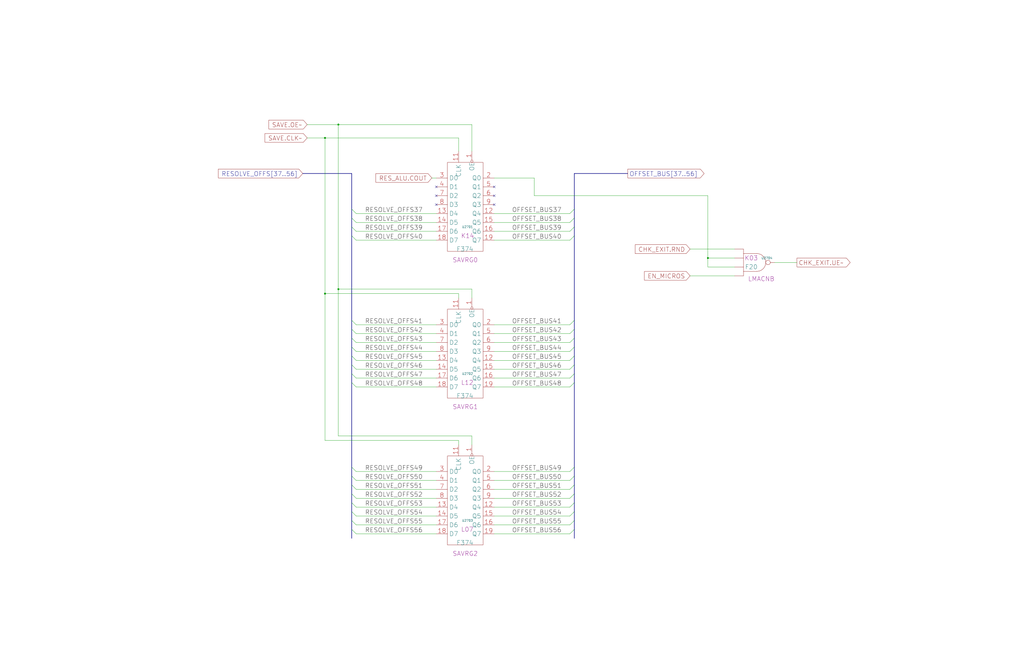
<source format=kicad_sch>
(kicad_sch (version 20220126) (generator eeschema)
  (paper "User" 584.2 378.46)
  (title_block (title "SAVED OFFSET REGISTER") (date "22-MAY-90") (rev "1.0") (comment 1 "SEQUENCER") (comment 2 "232-003064") (comment 3 "S400") (comment 4 "RELEASED"))
  (lib_symbols
    (symbol "r1000:F20" (pin_numbers hide) (pin_names hide)
      (property "Reference" "U" (at 8.255 2.54 0))
      (property "Value" "F20" (at -0.635 -2.54 0))
      (property "Location" "___" (at -0.635 2.54 0))
      (property "Name" "______" (at 5.08 -10.795 0))
      (symbol "F20_0_1"
        (polyline (pts (xy -5.08 -5.08) (xy -5.08 -7.62)) (stroke (width 0.1524)))
        (polyline (pts (xy -5.08 5.08) (xy -5.08 -5.08)) (stroke (width 0.1524)))
        (polyline (pts (xy -5.08 7.62) (xy -5.08 5.08)) (stroke (width 0.1524)))
        (polyline (pts (xy 2.54 -5.08) (xy -5.08 -5.08)) (stroke (width 0.1524)))
        (polyline (pts (xy 2.54 5.08) (xy -5.08 5.08)) (stroke (width 0.1524)))
        (arc (start 2.54 -5.08) (mid 7.5882 0) (end 2.54 5.08) (stroke (width 0.1524)))
        (circle (center 8.89 0) (radius 1.27) (stroke (width 0.1524)))
      )
      (symbol "F20_0_2"
        (circle (center -7.62 -7.62) (radius 1.27) (stroke (width 0.1524)))
        (circle (center -7.62 7.62) (radius 1.27) (stroke (width 0.1524)))
        (circle (center -6.985 -2.54) (radius 1.27) (stroke (width 0.1524)))
        (circle (center -6.985 2.54) (radius 1.27) (stroke (width 0.1524)))
        (arc (start -6.35 -7.62) (mid -5.3975 0) (end -6.35 7.62) (stroke (width 0.1524)))
        (polyline (pts (xy -5.715 -5.08) (xy 1.27 -5.08)) (stroke (width 0.1524)))
        (polyline (pts (xy -5.715 5.08) (xy 1.27 5.08)) (stroke (width 0.1524)))
        (arc (start 1.27 -5.08) (mid 5.0518 -3.2985) (end 7.62 0) (stroke (width 0.1524)))
        (arc (start 7.62 0) (mid 5.0518 3.2985) (end 1.27 5.08) (stroke (width 0.1524)))
      )
      (symbol "F20_1_1"
        (pin input line (at -10.16 7.62 0) (length 5.08) (name "D0") (number "1"))
        (pin input line (at -10.16 2.54 0) (length 5.08) (name "D1") (number "2"))
        (pin input line (at -10.16 -2.54 0) (length 5.08) (name "D2") (number "4"))
        (pin input line (at -10.16 -7.62 0) (length 5.08) (name "D3") (number "5"))
        (pin output line (at 12.7 0 180) (length 2.54) (name "Q") (number "6"))
      )
      (symbol "F20_1_2"
        (pin input line (at -10.16 7.62 0) (length 1.27) (name "D0") (number "1"))
        (pin input line (at -10.16 2.54 0) (length 1.905) (name "D1") (number "2"))
        (pin input line (at -10.16 -2.54 0) (length 1.905) (name "D2") (number "4"))
        (pin input line (at -10.16 -7.62 0) (length 1.27) (name "D3") (number "5"))
        (pin output line (at 12.7 0 180) (length 5.08) (name "Q") (number "6"))
      )
    )
    (symbol "r1000:F374" (pin_names (offset 1.016))
      (property "Reference" "U" (at 2.54 5.08 0))
      (property "Value" "F374" (at -3.81 -7.62 0))
      (property "Location" "___" (at -1.27 0 0))
      (property "Name" "______" (at 1.27 -15.24 0))
      (symbol "F374_1_1"
        (rectangle (start -8.89 41.91) (end 11.43 -8.89))
        (circle (center 5.08 42.545) (radius 0.635))
        (pin input line (at 5.08 48.26 270) (length 5.08) (name "OE") (number "1"))
        (pin input line (at -2.54 48.26 270) (length 6.35) (name "CLK") (number "11"))
        (pin tri_state line (at 17.78 12.7 180) (length 6.35) (name "Q4") (number "12"))
        (pin input line (at -15.24 12.7 0) (length 6.35) (name "D4") (number "13"))
        (pin input line (at -15.24 7.62 0) (length 6.35) (name "D5") (number "14"))
        (pin tri_state line (at 17.78 7.62 180) (length 6.35) (name "Q5") (number "15"))
        (pin tri_state line (at 17.78 2.54 180) (length 6.35) (name "Q6") (number "16"))
        (pin input line (at -15.24 2.54 0) (length 6.35) (name "D6") (number "17"))
        (pin input line (at -15.24 -2.54 0) (length 6.35) (name "D7") (number "18"))
        (pin tri_state line (at 17.78 -2.54 180) (length 6.35) (name "Q7") (number "19"))
        (pin tri_state line (at 17.78 33.02 180) (length 6.35) (name "Q0") (number "2"))
        (pin input line (at -15.24 33.02 0) (length 6.35) (name "D0") (number "3"))
        (pin input line (at -15.24 27.94 0) (length 6.35) (name "D1") (number "4"))
        (pin tri_state line (at 17.78 27.94 180) (length 6.35) (name "Q1") (number "5"))
        (pin tri_state line (at 17.78 22.86 180) (length 6.35) (name "Q2") (number "6"))
        (pin input line (at -15.24 22.86 0) (length 6.35) (name "D2") (number "7"))
        (pin input line (at -15.24 17.78 0) (length 6.35) (name "D3") (number "8"))
        (pin tri_state line (at 17.78 17.78 180) (length 6.35) (name "Q3") (number "9"))
      )
    )
  )
  (bus (pts (xy 172.72 99.06) (xy 200.66 99.06)))
  (bus (pts (xy 200.66 119.38) (xy 200.66 124.46)))
  (bus (pts (xy 200.66 124.46) (xy 200.66 129.54)))
  (bus (pts (xy 200.66 129.54) (xy 200.66 134.62)))
  (bus (pts (xy 200.66 134.62) (xy 200.66 182.88)))
  (bus (pts (xy 200.66 182.88) (xy 200.66 187.96)))
  (bus (pts (xy 200.66 187.96) (xy 200.66 193.04)))
  (bus (pts (xy 200.66 193.04) (xy 200.66 198.12)))
  (bus (pts (xy 200.66 198.12) (xy 200.66 203.2)))
  (bus (pts (xy 200.66 203.2) (xy 200.66 208.28)))
  (bus (pts (xy 200.66 208.28) (xy 200.66 213.36)))
  (bus (pts (xy 200.66 213.36) (xy 200.66 218.44)))
  (bus (pts (xy 200.66 218.44) (xy 200.66 266.7)))
  (bus (pts (xy 200.66 266.7) (xy 200.66 271.78)))
  (bus (pts (xy 200.66 271.78) (xy 200.66 276.86)))
  (bus (pts (xy 200.66 276.86) (xy 200.66 281.94)))
  (bus (pts (xy 200.66 281.94) (xy 200.66 287.02)))
  (bus (pts (xy 200.66 287.02) (xy 200.66 292.1)))
  (bus (pts (xy 200.66 292.1) (xy 200.66 297.18)))
  (bus (pts (xy 200.66 297.18) (xy 200.66 302.26)))
  (bus (pts (xy 200.66 302.26) (xy 200.66 307.34)))
  (bus (pts (xy 200.66 99.06) (xy 200.66 119.38)))
  (bus (pts (xy 327.66 119.38) (xy 327.66 124.46)))
  (bus (pts (xy 327.66 124.46) (xy 327.66 129.54)))
  (bus (pts (xy 327.66 129.54) (xy 327.66 134.62)))
  (bus (pts (xy 327.66 134.62) (xy 327.66 182.88)))
  (bus (pts (xy 327.66 182.88) (xy 327.66 187.96)))
  (bus (pts (xy 327.66 187.96) (xy 327.66 193.04)))
  (bus (pts (xy 327.66 193.04) (xy 327.66 198.12)))
  (bus (pts (xy 327.66 198.12) (xy 327.66 203.2)))
  (bus (pts (xy 327.66 203.2) (xy 327.66 208.28)))
  (bus (pts (xy 327.66 208.28) (xy 327.66 213.36)))
  (bus (pts (xy 327.66 213.36) (xy 327.66 218.44)))
  (bus (pts (xy 327.66 218.44) (xy 327.66 266.7)))
  (bus (pts (xy 327.66 266.7) (xy 327.66 271.78)))
  (bus (pts (xy 327.66 271.78) (xy 327.66 276.86)))
  (bus (pts (xy 327.66 276.86) (xy 327.66 281.94)))
  (bus (pts (xy 327.66 281.94) (xy 327.66 287.02)))
  (bus (pts (xy 327.66 287.02) (xy 327.66 292.1)))
  (bus (pts (xy 327.66 292.1) (xy 327.66 297.18)))
  (bus (pts (xy 327.66 297.18) (xy 327.66 302.26)))
  (bus (pts (xy 327.66 302.26) (xy 327.66 307.34)))
  (bus (pts (xy 327.66 99.06) (xy 327.66 119.38)))
  (bus (pts (xy 327.66 99.06) (xy 358.14 99.06)))
  (wire (pts (xy 175.26 71.12) (xy 193.04 71.12)))
  (wire (pts (xy 175.26 78.74) (xy 185.42 78.74)))
  (wire (pts (xy 185.42 167.64) (xy 185.42 78.74)))
  (wire (pts (xy 185.42 167.64) (xy 261.62 167.64)))
  (wire (pts (xy 185.42 251.46) (xy 185.42 167.64)))
  (wire (pts (xy 185.42 78.74) (xy 261.62 78.74)))
  (wire (pts (xy 193.04 165.1) (xy 193.04 71.12)))
  (wire (pts (xy 193.04 165.1) (xy 269.24 165.1)))
  (wire (pts (xy 193.04 248.92) (xy 193.04 165.1)))
  (wire (pts (xy 193.04 71.12) (xy 269.24 71.12)))
  (wire (pts (xy 203.2 121.92) (xy 248.92 121.92)))
  (wire (pts (xy 203.2 127) (xy 248.92 127)))
  (wire (pts (xy 203.2 132.08) (xy 248.92 132.08)))
  (wire (pts (xy 203.2 137.16) (xy 248.92 137.16)))
  (wire (pts (xy 203.2 185.42) (xy 248.92 185.42)))
  (wire (pts (xy 203.2 190.5) (xy 248.92 190.5)))
  (wire (pts (xy 203.2 195.58) (xy 248.92 195.58)))
  (wire (pts (xy 203.2 200.66) (xy 248.92 200.66)))
  (wire (pts (xy 203.2 205.74) (xy 248.92 205.74)))
  (wire (pts (xy 203.2 210.82) (xy 248.92 210.82)))
  (wire (pts (xy 203.2 215.9) (xy 248.92 215.9)))
  (wire (pts (xy 203.2 220.98) (xy 248.92 220.98)))
  (wire (pts (xy 203.2 269.24) (xy 248.92 269.24)))
  (wire (pts (xy 203.2 274.32) (xy 248.92 274.32)))
  (wire (pts (xy 203.2 279.4) (xy 248.92 279.4)))
  (wire (pts (xy 203.2 284.48) (xy 248.92 284.48)))
  (wire (pts (xy 203.2 289.56) (xy 248.92 289.56)))
  (wire (pts (xy 203.2 294.64) (xy 248.92 294.64)))
  (wire (pts (xy 203.2 299.72) (xy 248.92 299.72)))
  (wire (pts (xy 203.2 304.8) (xy 248.92 304.8)))
  (wire (pts (xy 246.38 101.6) (xy 248.92 101.6)))
  (wire (pts (xy 261.62 167.64) (xy 261.62 170.18)))
  (wire (pts (xy 261.62 251.46) (xy 185.42 251.46)))
  (wire (pts (xy 261.62 254) (xy 261.62 251.46)))
  (wire (pts (xy 261.62 78.74) (xy 261.62 86.36)))
  (wire (pts (xy 269.24 165.1) (xy 269.24 170.18)))
  (wire (pts (xy 269.24 248.92) (xy 193.04 248.92)))
  (wire (pts (xy 269.24 254) (xy 269.24 248.92)))
  (wire (pts (xy 269.24 71.12) (xy 269.24 86.36)))
  (wire (pts (xy 281.94 101.6) (xy 304.8 101.6)))
  (wire (pts (xy 281.94 121.92) (xy 325.12 121.92)))
  (wire (pts (xy 281.94 127) (xy 325.12 127)))
  (wire (pts (xy 281.94 132.08) (xy 325.12 132.08)))
  (wire (pts (xy 281.94 137.16) (xy 325.12 137.16)))
  (wire (pts (xy 281.94 185.42) (xy 325.12 185.42)))
  (wire (pts (xy 281.94 190.5) (xy 325.12 190.5)))
  (wire (pts (xy 281.94 195.58) (xy 325.12 195.58)))
  (wire (pts (xy 281.94 200.66) (xy 325.12 200.66)))
  (wire (pts (xy 281.94 205.74) (xy 325.12 205.74)))
  (wire (pts (xy 281.94 210.82) (xy 325.12 210.82)))
  (wire (pts (xy 281.94 215.9) (xy 325.12 215.9)))
  (wire (pts (xy 281.94 220.98) (xy 325.12 220.98)))
  (wire (pts (xy 281.94 269.24) (xy 325.12 269.24)))
  (wire (pts (xy 281.94 274.32) (xy 325.12 274.32)))
  (wire (pts (xy 281.94 279.4) (xy 325.12 279.4)))
  (wire (pts (xy 281.94 284.48) (xy 325.12 284.48)))
  (wire (pts (xy 281.94 289.56) (xy 325.12 289.56)))
  (wire (pts (xy 281.94 294.64) (xy 325.12 294.64)))
  (wire (pts (xy 281.94 299.72) (xy 325.12 299.72)))
  (wire (pts (xy 281.94 304.8) (xy 325.12 304.8)))
  (wire (pts (xy 304.8 101.6) (xy 304.8 111.76)))
  (wire (pts (xy 304.8 111.76) (xy 403.86 111.76)))
  (wire (pts (xy 393.7 142.24) (xy 419.1 142.24)))
  (wire (pts (xy 393.7 157.48) (xy 419.1 157.48)))
  (wire (pts (xy 403.86 111.76) (xy 403.86 147.32)))
  (wire (pts (xy 403.86 147.32) (xy 403.86 152.4)))
  (wire (pts (xy 403.86 147.32) (xy 419.1 147.32)))
  (wire (pts (xy 403.86 152.4) (xy 419.1 152.4)))
  (wire (pts (xy 441.96 149.86) (xy 454.66 149.86)))
  (global_label "RESOLVE_OFFS[37..56]" (shape input) (at 172.72 99.06 180) (effects (font (size 2.54 2.54))) (property "Intersheet References" "${INTERSHEET_REFS}" (at 124.593 98.9013 0) (effects (font (size 2.54 2.54)) (justify right))))
  (global_label "SAVE.OE~" (shape input) (at 175.26 71.12 180) (effects (font (size 2.54 2.54))) (property "Intersheet References" "${INTERSHEET_REFS}" (at 153.3797 70.9613 0) (effects (font (size 2.54 2.54)) (justify right))))
  (global_label "SAVE.CLK~" (shape input) (at 175.26 78.74 180) (effects (font (size 2.54 2.54))) (property "Intersheet References" "${INTERSHEET_REFS}" (at 151.2026 78.5813 0) (effects (font (size 2.54 2.54)) (justify right))))
  (junction (at 185.42 78.74))
  (junction (at 185.42 167.64))
  (junction (at 193.04 71.12))
  (junction (at 193.04 165.1))
  (bus_entry (at 200.66 119.38) (size 2.54 2.54))
  (bus_entry (at 200.66 124.46) (size 2.54 2.54))
  (bus_entry (at 200.66 129.54) (size 2.54 2.54))
  (bus_entry (at 200.66 134.62) (size 2.54 2.54))
  (bus_entry (at 200.66 182.88) (size 2.54 2.54))
  (bus_entry (at 200.66 187.96) (size 2.54 2.54))
  (bus_entry (at 200.66 193.04) (size 2.54 2.54))
  (bus_entry (at 200.66 198.12) (size 2.54 2.54))
  (bus_entry (at 200.66 203.2) (size 2.54 2.54))
  (bus_entry (at 200.66 208.28) (size 2.54 2.54))
  (bus_entry (at 200.66 213.36) (size 2.54 2.54))
  (bus_entry (at 200.66 218.44) (size 2.54 2.54))
  (bus_entry (at 200.66 266.7) (size 2.54 2.54))
  (bus_entry (at 200.66 271.78) (size 2.54 2.54))
  (bus_entry (at 200.66 276.86) (size 2.54 2.54))
  (bus_entry (at 200.66 281.94) (size 2.54 2.54))
  (bus_entry (at 200.66 287.02) (size 2.54 2.54))
  (bus_entry (at 200.66 292.1) (size 2.54 2.54))
  (bus_entry (at 200.66 297.18) (size 2.54 2.54))
  (bus_entry (at 200.66 302.26) (size 2.54 2.54))
  (label "RESOLVE_OFFS37" (at 208.28 121.92 0) (effects (font (size 2.54 2.54))))
  (label "RESOLVE_OFFS38" (at 208.28 127 0) (effects (font (size 2.54 2.54))))
  (label "RESOLVE_OFFS39" (at 208.28 132.08 0) (effects (font (size 2.54 2.54))))
  (label "RESOLVE_OFFS40" (at 208.28 137.16 0) (effects (font (size 2.54 2.54))))
  (label "RESOLVE_OFFS41" (at 208.28 185.42 0) (effects (font (size 2.54 2.54))))
  (label "RESOLVE_OFFS42" (at 208.28 190.5 0) (effects (font (size 2.54 2.54))))
  (label "RESOLVE_OFFS43" (at 208.28 195.58 0) (effects (font (size 2.54 2.54))))
  (label "RESOLVE_OFFS44" (at 208.28 200.66 0) (effects (font (size 2.54 2.54))))
  (label "RESOLVE_OFFS45" (at 208.28 205.74 0) (effects (font (size 2.54 2.54))))
  (label "RESOLVE_OFFS46" (at 208.28 210.82 0) (effects (font (size 2.54 2.54))))
  (label "RESOLVE_OFFS47" (at 208.28 215.9 0) (effects (font (size 2.54 2.54))))
  (label "RESOLVE_OFFS48" (at 208.28 220.98 0) (effects (font (size 2.54 2.54))))
  (label "RESOLVE_OFFS49" (at 208.28 269.24 0) (effects (font (size 2.54 2.54))))
  (label "RESOLVE_OFFS50" (at 208.28 274.32 0) (effects (font (size 2.54 2.54))))
  (label "RESOLVE_OFFS51" (at 208.28 279.4 0) (effects (font (size 2.54 2.54))))
  (label "RESOLVE_OFFS52" (at 208.28 284.48 0) (effects (font (size 2.54 2.54))))
  (label "RESOLVE_OFFS53" (at 208.28 289.56 0) (effects (font (size 2.54 2.54))))
  (label "RESOLVE_OFFS54" (at 208.28 294.64 0) (effects (font (size 2.54 2.54))))
  (label "RESOLVE_OFFS55" (at 208.28 299.72 0) (effects (font (size 2.54 2.54))))
  (label "RESOLVE_OFFS56" (at 208.28 304.8 0) (effects (font (size 2.54 2.54))))
  (global_label "RES_ALU.COUT" (shape input) (at 246.38 101.6 180) (effects (font (size 2.54 2.54))) (property "Intersheet References" "${INTERSHEET_REFS}" (at 214.4607 101.4413 0) (effects (font (size 2.54 2.54)) (justify right))))
  (no_connect (at 248.92 106.68))
  (no_connect (at 248.92 111.76))
  (no_connect (at 248.92 116.84))
  (symbol (lib_id "r1000:F374") (at 264.16 134.62 0) (unit 1)
    (property "Reference" "U2701" (at 266.7 129.54 0))
    (property "Value" "F374" (at 260.35 142.24 0) (effects (font (size 2.54 2.54)) (justify left)))
    (property "Location" "K14" (at 262.89 134.62 0) (effects (font (size 2.54 2.54)) (justify left)))
    (property "Name" "SAVRG0" (at 265.43 149.86 0) (effects (font (size 2.54 2.54)) (justify bottom)))
  )
  (symbol (lib_id "r1000:F374") (at 264.16 218.44 0) (unit 1)
    (property "Reference" "U2702" (at 266.7 213.36 0))
    (property "Value" "F374" (at 260.35 226.06 0) (effects (font (size 2.54 2.54)) (justify left)))
    (property "Location" "L12" (at 262.89 218.44 0) (effects (font (size 2.54 2.54)) (justify left)))
    (property "Name" "SAVRG1" (at 265.43 233.68 0) (effects (font (size 2.54 2.54)) (justify bottom)))
  )
  (symbol (lib_id "r1000:F374") (at 264.16 302.26 0) (unit 1)
    (property "Reference" "U2703" (at 266.7 297.18 0))
    (property "Value" "F374" (at 260.35 309.88 0) (effects (font (size 2.54 2.54)) (justify left)))
    (property "Location" "L07" (at 262.89 302.26 0) (effects (font (size 2.54 2.54)) (justify left)))
    (property "Name" "SAVRG2" (at 265.43 317.5 0) (effects (font (size 2.54 2.54)) (justify bottom)))
  )
  (no_connect (at 281.94 106.68))
  (no_connect (at 281.94 111.76))
  (no_connect (at 281.94 116.84))
  (label "OFFSET_BUS37" (at 292.1 121.92 0) (effects (font (size 2.54 2.54))))
  (label "OFFSET_BUS38" (at 292.1 127 0) (effects (font (size 2.54 2.54))))
  (label "OFFSET_BUS39" (at 292.1 132.08 0) (effects (font (size 2.54 2.54))))
  (label "OFFSET_BUS40" (at 292.1 137.16 0) (effects (font (size 2.54 2.54))))
  (label "OFFSET_BUS41" (at 292.1 185.42 0) (effects (font (size 2.54 2.54))))
  (label "OFFSET_BUS42" (at 292.1 190.5 0) (effects (font (size 2.54 2.54))))
  (label "OFFSET_BUS43" (at 292.1 195.58 0) (effects (font (size 2.54 2.54))))
  (label "OFFSET_BUS44" (at 292.1 200.66 0) (effects (font (size 2.54 2.54))))
  (label "OFFSET_BUS45" (at 292.1 205.74 0) (effects (font (size 2.54 2.54))))
  (label "OFFSET_BUS46" (at 292.1 210.82 0) (effects (font (size 2.54 2.54))))
  (label "OFFSET_BUS47" (at 292.1 215.9 0) (effects (font (size 2.54 2.54))))
  (label "OFFSET_BUS48" (at 292.1 220.98 0) (effects (font (size 2.54 2.54))))
  (label "OFFSET_BUS49" (at 292.1 269.24 0) (effects (font (size 2.54 2.54))))
  (label "OFFSET_BUS50" (at 292.1 274.32 0) (effects (font (size 2.54 2.54))))
  (label "OFFSET_BUS51" (at 292.1 279.4 0) (effects (font (size 2.54 2.54))))
  (label "OFFSET_BUS52" (at 292.1 284.48 0) (effects (font (size 2.54 2.54))))
  (label "OFFSET_BUS53" (at 292.1 289.56 0) (effects (font (size 2.54 2.54))))
  (label "OFFSET_BUS54" (at 292.1 294.64 0) (effects (font (size 2.54 2.54))))
  (label "OFFSET_BUS55" (at 292.1 299.72 0) (effects (font (size 2.54 2.54))))
  (label "OFFSET_BUS56" (at 292.1 304.8 0) (effects (font (size 2.54 2.54))))
  (bus_entry (at 327.66 119.38) (size -2.54 2.54))
  (bus_entry (at 327.66 124.46) (size -2.54 2.54))
  (bus_entry (at 327.66 129.54) (size -2.54 2.54))
  (bus_entry (at 327.66 134.62) (size -2.54 2.54))
  (bus_entry (at 327.66 182.88) (size -2.54 2.54))
  (bus_entry (at 327.66 187.96) (size -2.54 2.54))
  (bus_entry (at 327.66 193.04) (size -2.54 2.54))
  (bus_entry (at 327.66 198.12) (size -2.54 2.54))
  (bus_entry (at 327.66 203.2) (size -2.54 2.54))
  (bus_entry (at 327.66 208.28) (size -2.54 2.54))
  (bus_entry (at 327.66 213.36) (size -2.54 2.54))
  (bus_entry (at 327.66 218.44) (size -2.54 2.54))
  (bus_entry (at 327.66 266.7) (size -2.54 2.54))
  (bus_entry (at 327.66 271.78) (size -2.54 2.54))
  (bus_entry (at 327.66 276.86) (size -2.54 2.54))
  (bus_entry (at 327.66 281.94) (size -2.54 2.54))
  (bus_entry (at 327.66 287.02) (size -2.54 2.54))
  (bus_entry (at 327.66 292.1) (size -2.54 2.54))
  (bus_entry (at 327.66 297.18) (size -2.54 2.54))
  (bus_entry (at 327.66 302.26) (size -2.54 2.54))
  (global_label "OFFSET_BUS[37..56]" (shape output) (at 358.14 99.06 0) (effects (font (size 2.54 2.54))) (property "Intersheet References" "${INTERSHEET_REFS}" (at 401.6708 98.9013 0) (effects (font (size 2.54 2.54)) (justify left))))
  (global_label "CHK_EXIT.RND" (shape input) (at 393.7 142.24 180) (effects (font (size 2.54 2.54))) (property "Intersheet References" "${INTERSHEET_REFS}" (at 362.3854 142.0813 0) (effects (font (size 2.54 2.54)) (justify right))))
  (global_label "EN_MICROS" (shape input) (at 393.7 157.48 180) (effects (font (size 2.54 2.54))) (property "Intersheet References" "${INTERSHEET_REFS}" (at 367.7073 157.3213 0) (effects (font (size 2.54 2.54)) (justify right))))
  (junction (at 403.86 147.32))
  (symbol (lib_id "r1000:F20") (at 429.26 149.86 0) (unit 1)
    (property "Reference" "U2704" (at 437.515 147.32 0))
    (property "Value" "F20" (at 428.625 152.4 0) (effects (font (size 2.54 2.54))))
    (property "Location" "K03" (at 428.625 147.32 0) (effects (font (size 2.54 2.54))))
    (property "Name" "LMACNB" (at 434.34 160.655 0) (effects (font (size 2.54 2.54)) (justify bottom)))
  )
  (global_label "CHK_EXIT.UE~" (shape output) (at 454.66 149.86 0) (effects (font (size 2.54 2.54))) (property "Intersheet References" "${INTERSHEET_REFS}" (at 485.007 149.7013 0) (effects (font (size 2.54 2.54)) (justify left))))
)
</source>
